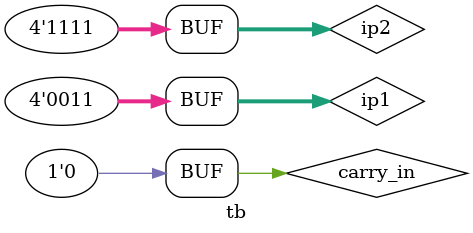
<source format=v>
`timescale 1ns / 1ps
module tb ( );
 reg [3:0] ip1;
 reg [3:0] ip2;
 reg       carry_in;
 wire [3:0] sum;
 wire      carry_out;
 wire      overflow;
 ripple_carry_adder U1 (ip1, ip2, carry_in, sum, carry_out,overflow);
 // assign values to the DUT inputs at various simulation times
 initial
 begin
 ip1<= 4'd1; ip2<= 4'd2; carry_in <= 0;
 #20 ip1<= 4'd4; ip2<= 4'd8; carry_in <= 0;
 #20 ip1<= 4'd3; ip2<= 4'd15; carry_in <= 0;
 #20 ip1<= 4'd5; ip2<= 4'd7; carry_in <= 1;
 #20 ip1<= 4'hF; ip2<= 4'h7; carry_in <= 0;
 #20 ip1<= 4'h3; ip2<= 4'hE; carry_in <= 1;
 #20 ip1<= 4'hF; ip2<= 4'hE; carry_in <= 1;
 #20 ip1<= 4'h7; ip2<= 4'h4; carry_in <= 1;
 #20 ip1<= 4'd3; ip2<= 4'd15; carry_in <= 0;
 end // initial
endmodule
</source>
